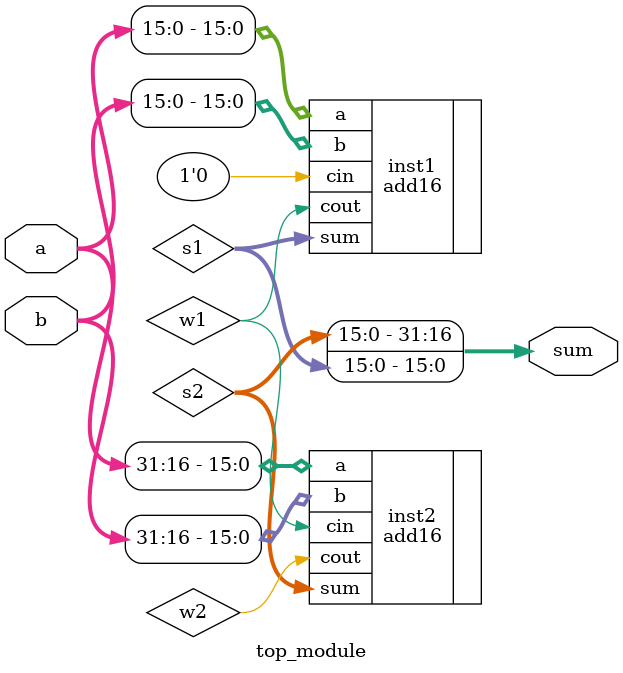
<source format=v>
module top_module(
    input [31:0] a,
    input [31:0] b,
    output [31:0] sum
);
    wire[15:0] s1,s2;
    wire w1,w2;
    add16 inst1(.a(a[15:0]),.b(b[15:0]),.cin(1'b0),.cout(w1),.sum(s1));
    add16 inst2(.a(a[31:16]),.b(b[31:16]),.cin(w1),.cout(w2),.sum(s2));
    assign sum={s2,s1};
endmodule
</source>
